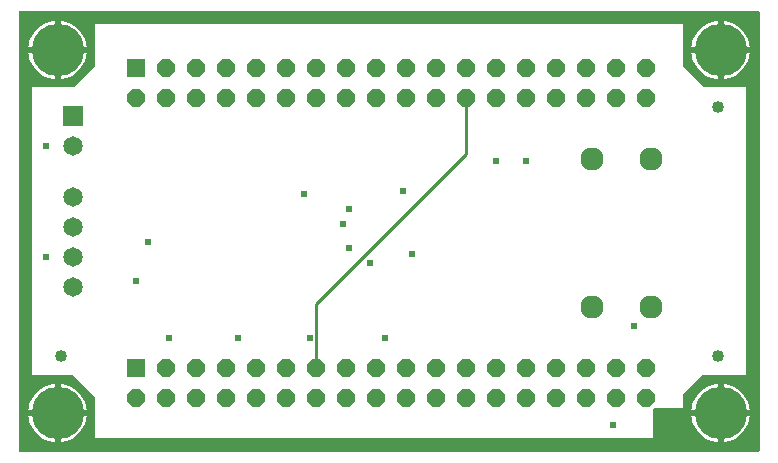
<source format=gbr>
G04 EAGLE Gerber RS-274X export*
G75*
%MOMM*%
%FSLAX34Y34*%
%LPD*%
%INBottom Copper*%
%IPPOS*%
%AMOC8*
5,1,8,0,0,1.08239X$1,22.5*%
G01*
%ADD10R,1.524000X1.524000*%
%ADD11P,1.649562X8X22.500000*%
%ADD12C,1.960000*%
%ADD13C,1.651000*%
%ADD14C,4.445000*%
%ADD15C,1.016000*%
%ADD16R,1.651000X1.651000*%
%ADD17C,0.609600*%
%ADD18C,0.254000*%

G36*
X629904Y374768D02*
X629904Y374768D01*
X629897Y374887D01*
X629884Y374925D01*
X629879Y374966D01*
X629836Y375076D01*
X629799Y375189D01*
X629777Y375224D01*
X629762Y375261D01*
X629693Y375357D01*
X629629Y375458D01*
X629599Y375486D01*
X629576Y375519D01*
X629484Y375595D01*
X629397Y375676D01*
X629362Y375696D01*
X629331Y375721D01*
X629223Y375772D01*
X629119Y375830D01*
X629079Y375840D01*
X629043Y375857D01*
X628926Y375879D01*
X628811Y375909D01*
X628751Y375913D01*
X628731Y375917D01*
X628710Y375915D01*
X628650Y375919D01*
X3810Y375919D01*
X3692Y375904D01*
X3573Y375897D01*
X3535Y375884D01*
X3494Y375879D01*
X3384Y375836D01*
X3271Y375799D01*
X3236Y375777D01*
X3199Y375762D01*
X3103Y375693D01*
X3002Y375629D01*
X2974Y375599D01*
X2941Y375576D01*
X2865Y375484D01*
X2784Y375397D01*
X2764Y375362D01*
X2739Y375331D01*
X2688Y375223D01*
X2630Y375119D01*
X2620Y375079D01*
X2603Y375043D01*
X2581Y374926D01*
X2551Y374811D01*
X2547Y374751D01*
X2543Y374731D01*
X2545Y374710D01*
X2541Y374650D01*
X2541Y3810D01*
X2556Y3692D01*
X2563Y3573D01*
X2576Y3535D01*
X2581Y3494D01*
X2624Y3384D01*
X2661Y3271D01*
X2683Y3236D01*
X2698Y3199D01*
X2767Y3103D01*
X2831Y3002D01*
X2861Y2974D01*
X2884Y2941D01*
X2976Y2865D01*
X3063Y2784D01*
X3098Y2764D01*
X3129Y2739D01*
X3237Y2688D01*
X3341Y2630D01*
X3381Y2620D01*
X3417Y2603D01*
X3534Y2581D01*
X3649Y2551D01*
X3709Y2547D01*
X3729Y2543D01*
X3750Y2545D01*
X3810Y2541D01*
X628650Y2541D01*
X628768Y2556D01*
X628887Y2563D01*
X628925Y2576D01*
X628966Y2581D01*
X629076Y2624D01*
X629189Y2661D01*
X629224Y2683D01*
X629261Y2698D01*
X629357Y2767D01*
X629458Y2831D01*
X629486Y2861D01*
X629519Y2884D01*
X629595Y2976D01*
X629676Y3063D01*
X629696Y3098D01*
X629721Y3129D01*
X629772Y3237D01*
X629830Y3341D01*
X629840Y3381D01*
X629857Y3417D01*
X629879Y3534D01*
X629909Y3649D01*
X629913Y3709D01*
X629917Y3729D01*
X629915Y3750D01*
X629919Y3810D01*
X629919Y374650D01*
X629904Y374768D01*
G37*
%LPC*%
G36*
X48260Y311151D02*
X48260Y311151D01*
X48358Y311163D01*
X48457Y311166D01*
X48515Y311183D01*
X48576Y311191D01*
X48668Y311227D01*
X48763Y311255D01*
X48815Y311285D01*
X48871Y311308D01*
X48951Y311366D01*
X49037Y311416D01*
X49112Y311482D01*
X49129Y311494D01*
X49136Y311504D01*
X49158Y311523D01*
X66938Y329303D01*
X66998Y329381D01*
X67066Y329453D01*
X67095Y329506D01*
X67132Y329554D01*
X67172Y329645D01*
X67220Y329731D01*
X67235Y329790D01*
X67259Y329846D01*
X67274Y329944D01*
X67299Y330039D01*
X67305Y330139D01*
X67309Y330160D01*
X67307Y330172D01*
X67309Y330200D01*
X67309Y364491D01*
X565151Y364491D01*
X565151Y330200D01*
X565163Y330102D01*
X565166Y330003D01*
X565183Y329945D01*
X565191Y329884D01*
X565227Y329792D01*
X565255Y329697D01*
X565285Y329645D01*
X565308Y329589D01*
X565366Y329509D01*
X565416Y329423D01*
X565482Y329348D01*
X565494Y329331D01*
X565504Y329324D01*
X565523Y329303D01*
X583303Y311523D01*
X583381Y311462D01*
X583453Y311394D01*
X583506Y311365D01*
X583554Y311328D01*
X583645Y311288D01*
X583731Y311240D01*
X583790Y311225D01*
X583846Y311201D01*
X583944Y311186D01*
X584039Y311161D01*
X584139Y311155D01*
X584160Y311151D01*
X584172Y311153D01*
X584200Y311151D01*
X618491Y311151D01*
X618491Y67309D01*
X581660Y67309D01*
X581562Y67297D01*
X581463Y67294D01*
X581405Y67277D01*
X581344Y67269D01*
X581252Y67233D01*
X581157Y67205D01*
X581105Y67175D01*
X581049Y67152D01*
X580969Y67094D01*
X580883Y67044D01*
X580808Y66978D01*
X580791Y66966D01*
X580784Y66956D01*
X580763Y66938D01*
X565523Y51698D01*
X565462Y51619D01*
X565394Y51547D01*
X565365Y51494D01*
X565328Y51446D01*
X565288Y51355D01*
X565240Y51269D01*
X565225Y51210D01*
X565201Y51154D01*
X565186Y51056D01*
X565161Y50961D01*
X565155Y50861D01*
X565154Y50854D01*
X565153Y50853D01*
X565151Y50840D01*
X565153Y50828D01*
X565151Y50800D01*
X565151Y39369D01*
X541020Y39369D01*
X540902Y39354D01*
X540783Y39347D01*
X540745Y39334D01*
X540704Y39329D01*
X540594Y39286D01*
X540481Y39249D01*
X540446Y39227D01*
X540409Y39212D01*
X540313Y39143D01*
X540212Y39079D01*
X540184Y39049D01*
X540151Y39026D01*
X540076Y38934D01*
X539994Y38847D01*
X539974Y38812D01*
X539949Y38781D01*
X539898Y38673D01*
X539840Y38569D01*
X539830Y38529D01*
X539813Y38493D01*
X539791Y38376D01*
X539761Y38261D01*
X539757Y38201D01*
X539753Y38181D01*
X539754Y38165D01*
X539753Y38160D01*
X539754Y38150D01*
X539751Y38100D01*
X539751Y13969D01*
X67309Y13969D01*
X67309Y48260D01*
X67297Y48358D01*
X67294Y48457D01*
X67277Y48515D01*
X67269Y48576D01*
X67233Y48668D01*
X67205Y48763D01*
X67175Y48815D01*
X67152Y48871D01*
X67094Y48951D01*
X67044Y49037D01*
X66978Y49112D01*
X66966Y49129D01*
X66956Y49136D01*
X66938Y49158D01*
X49158Y66938D01*
X49079Y66998D01*
X49007Y67066D01*
X48954Y67095D01*
X48906Y67132D01*
X48815Y67172D01*
X48729Y67220D01*
X48670Y67235D01*
X48614Y67259D01*
X48516Y67274D01*
X48421Y67299D01*
X48321Y67305D01*
X48300Y67309D01*
X48288Y67307D01*
X48260Y67309D01*
X13969Y67309D01*
X13969Y311151D01*
X48260Y311151D01*
G37*
%LPD*%
%LPC*%
G36*
X38099Y345439D02*
X38099Y345439D01*
X38099Y367536D01*
X39715Y367354D01*
X42427Y366735D01*
X45052Y365817D01*
X47559Y364610D01*
X49914Y363130D01*
X52089Y361395D01*
X54055Y359429D01*
X55790Y357254D01*
X57270Y354899D01*
X58477Y352392D01*
X59395Y349767D01*
X60014Y347055D01*
X60196Y345439D01*
X38099Y345439D01*
G37*
%LPD*%
%LPC*%
G36*
X599439Y345439D02*
X599439Y345439D01*
X599439Y367536D01*
X601055Y367354D01*
X603767Y366735D01*
X606392Y365817D01*
X608899Y364610D01*
X611254Y363130D01*
X613429Y361395D01*
X615395Y359429D01*
X617130Y357254D01*
X618610Y354899D01*
X619817Y352392D01*
X620735Y349767D01*
X621354Y347055D01*
X621536Y345439D01*
X599439Y345439D01*
G37*
%LPD*%
%LPC*%
G36*
X599439Y38099D02*
X599439Y38099D01*
X599439Y60196D01*
X601055Y60014D01*
X603767Y59395D01*
X606392Y58477D01*
X608899Y57270D01*
X611254Y55790D01*
X613429Y54055D01*
X615395Y52089D01*
X617130Y49914D01*
X618610Y47559D01*
X619817Y45052D01*
X620735Y42427D01*
X621354Y39715D01*
X621536Y38099D01*
X599439Y38099D01*
G37*
%LPD*%
%LPC*%
G36*
X38099Y38099D02*
X38099Y38099D01*
X38099Y60196D01*
X39715Y60014D01*
X42427Y59395D01*
X45052Y58477D01*
X47559Y57270D01*
X49914Y55790D01*
X52089Y54055D01*
X54055Y52089D01*
X55790Y49914D01*
X57270Y47559D01*
X58477Y45052D01*
X59395Y42427D01*
X60014Y39715D01*
X60196Y38099D01*
X38099Y38099D01*
G37*
%LPD*%
%LPC*%
G36*
X38099Y340361D02*
X38099Y340361D01*
X60196Y340361D01*
X60014Y338745D01*
X59395Y336033D01*
X58477Y333408D01*
X57270Y330901D01*
X55790Y328546D01*
X54055Y326371D01*
X52089Y324405D01*
X49914Y322670D01*
X47559Y321190D01*
X45052Y319983D01*
X42427Y319065D01*
X39715Y318446D01*
X38099Y318264D01*
X38099Y340361D01*
G37*
%LPD*%
%LPC*%
G36*
X572264Y38099D02*
X572264Y38099D01*
X572446Y39715D01*
X573065Y42427D01*
X573983Y45052D01*
X575190Y47559D01*
X576670Y49914D01*
X578405Y52089D01*
X580371Y54055D01*
X582546Y55790D01*
X584901Y57270D01*
X587408Y58477D01*
X590033Y59395D01*
X592745Y60014D01*
X594361Y60196D01*
X594361Y38099D01*
X572264Y38099D01*
G37*
%LPD*%
%LPC*%
G36*
X38099Y33021D02*
X38099Y33021D01*
X60196Y33021D01*
X60014Y31405D01*
X59395Y28693D01*
X58477Y26068D01*
X57270Y23561D01*
X55790Y21206D01*
X54055Y19031D01*
X52089Y17065D01*
X49914Y15330D01*
X47559Y13850D01*
X45052Y12643D01*
X42427Y11725D01*
X39715Y11106D01*
X38099Y10924D01*
X38099Y33021D01*
G37*
%LPD*%
%LPC*%
G36*
X599439Y340361D02*
X599439Y340361D01*
X621536Y340361D01*
X621354Y338745D01*
X620735Y336033D01*
X619817Y333408D01*
X618610Y330901D01*
X617130Y328546D01*
X615395Y326371D01*
X613429Y324405D01*
X611254Y322670D01*
X608899Y321190D01*
X606392Y319983D01*
X603767Y319065D01*
X601055Y318446D01*
X599439Y318264D01*
X599439Y340361D01*
G37*
%LPD*%
%LPC*%
G36*
X599439Y33021D02*
X599439Y33021D01*
X621536Y33021D01*
X621354Y31405D01*
X620735Y28693D01*
X619817Y26068D01*
X618610Y23561D01*
X617130Y21206D01*
X615395Y19031D01*
X613429Y17065D01*
X611254Y15330D01*
X608899Y13850D01*
X606392Y12643D01*
X603767Y11725D01*
X601055Y11106D01*
X599439Y10924D01*
X599439Y33021D01*
G37*
%LPD*%
%LPC*%
G36*
X10924Y345439D02*
X10924Y345439D01*
X11106Y347055D01*
X11725Y349767D01*
X12643Y352392D01*
X13850Y354899D01*
X15330Y357254D01*
X17065Y359429D01*
X19031Y361395D01*
X21206Y363130D01*
X23561Y364610D01*
X26068Y365817D01*
X28693Y366735D01*
X31405Y367354D01*
X33021Y367536D01*
X33021Y345439D01*
X10924Y345439D01*
G37*
%LPD*%
%LPC*%
G36*
X10924Y38099D02*
X10924Y38099D01*
X11106Y39715D01*
X11725Y42427D01*
X12643Y45052D01*
X13850Y47559D01*
X15330Y49914D01*
X17065Y52089D01*
X19031Y54055D01*
X21206Y55790D01*
X23561Y57270D01*
X26068Y58477D01*
X28693Y59395D01*
X31405Y60014D01*
X33021Y60196D01*
X33021Y38099D01*
X10924Y38099D01*
G37*
%LPD*%
%LPC*%
G36*
X572264Y345439D02*
X572264Y345439D01*
X572446Y347055D01*
X573065Y349767D01*
X573983Y352392D01*
X575190Y354899D01*
X576670Y357254D01*
X578405Y359429D01*
X580371Y361395D01*
X582546Y363130D01*
X584901Y364610D01*
X587408Y365817D01*
X590033Y366735D01*
X592745Y367354D01*
X594361Y367536D01*
X594361Y345439D01*
X572264Y345439D01*
G37*
%LPD*%
%LPC*%
G36*
X31405Y11106D02*
X31405Y11106D01*
X28693Y11725D01*
X26068Y12643D01*
X23561Y13850D01*
X21206Y15330D01*
X19031Y17065D01*
X17065Y19031D01*
X15330Y21206D01*
X13850Y23561D01*
X12643Y26068D01*
X11725Y28693D01*
X11106Y31405D01*
X10924Y33021D01*
X33021Y33021D01*
X33021Y10924D01*
X31405Y11106D01*
G37*
%LPD*%
%LPC*%
G36*
X592745Y318446D02*
X592745Y318446D01*
X590033Y319065D01*
X587408Y319983D01*
X584901Y321190D01*
X582546Y322670D01*
X580371Y324405D01*
X578405Y326371D01*
X576670Y328546D01*
X575190Y330901D01*
X573983Y333408D01*
X573065Y336033D01*
X572446Y338745D01*
X572264Y340361D01*
X594361Y340361D01*
X594361Y318264D01*
X592745Y318446D01*
G37*
%LPD*%
%LPC*%
G36*
X31405Y318446D02*
X31405Y318446D01*
X28693Y319065D01*
X26068Y319983D01*
X23561Y321190D01*
X21206Y322670D01*
X19031Y324405D01*
X17065Y326371D01*
X15330Y328546D01*
X13850Y330901D01*
X12643Y333408D01*
X11725Y336033D01*
X11106Y338745D01*
X10924Y340361D01*
X33021Y340361D01*
X33021Y318264D01*
X31405Y318446D01*
G37*
%LPD*%
%LPC*%
G36*
X592745Y11106D02*
X592745Y11106D01*
X590033Y11725D01*
X587408Y12643D01*
X584901Y13850D01*
X582546Y15330D01*
X580371Y17065D01*
X578405Y19031D01*
X576670Y21206D01*
X575190Y23561D01*
X573983Y26068D01*
X573065Y28693D01*
X572446Y31405D01*
X572264Y33021D01*
X594361Y33021D01*
X594361Y10924D01*
X592745Y11106D01*
G37*
%LPD*%
%LPC*%
G36*
X596899Y342899D02*
X596899Y342899D01*
X596899Y342901D01*
X596901Y342901D01*
X596901Y342899D01*
X596899Y342899D01*
G37*
%LPD*%
%LPC*%
G36*
X35559Y35559D02*
X35559Y35559D01*
X35559Y35561D01*
X35561Y35561D01*
X35561Y35559D01*
X35559Y35559D01*
G37*
%LPD*%
%LPC*%
G36*
X596899Y35559D02*
X596899Y35559D01*
X596899Y35561D01*
X596901Y35561D01*
X596901Y35559D01*
X596899Y35559D01*
G37*
%LPD*%
%LPC*%
G36*
X35559Y342899D02*
X35559Y342899D01*
X35559Y342901D01*
X35561Y342901D01*
X35561Y342899D01*
X35559Y342899D01*
G37*
%LPD*%
D10*
X102280Y327920D03*
D11*
X102280Y302520D03*
X127680Y327920D03*
X127680Y302520D03*
X153080Y327920D03*
X153080Y302520D03*
X178480Y327920D03*
X178480Y302520D03*
X203880Y327920D03*
X203880Y302520D03*
X229280Y327920D03*
X229280Y302520D03*
X254680Y327920D03*
X254680Y302520D03*
X280080Y327920D03*
X280080Y302520D03*
X305480Y327920D03*
X305480Y302520D03*
X330880Y327920D03*
X330880Y302520D03*
X356280Y327920D03*
X356280Y302520D03*
X381680Y327920D03*
X381680Y302520D03*
X407080Y327920D03*
X407080Y302520D03*
X432480Y327920D03*
X432480Y302520D03*
X457880Y327920D03*
X457880Y302520D03*
X483280Y327920D03*
X483280Y302520D03*
X508680Y327920D03*
X508680Y302520D03*
X534080Y327920D03*
X534080Y302520D03*
D10*
X102280Y73920D03*
D11*
X102280Y48520D03*
X127680Y73920D03*
X127680Y48520D03*
X153080Y73920D03*
X153080Y48520D03*
X178480Y73920D03*
X178480Y48520D03*
X203880Y73920D03*
X203880Y48520D03*
X229280Y73920D03*
X229280Y48520D03*
X254680Y73920D03*
X254680Y48520D03*
X280080Y73920D03*
X280080Y48520D03*
X305480Y73920D03*
X305480Y48520D03*
X330880Y73920D03*
X330880Y48520D03*
X356280Y73920D03*
X356280Y48520D03*
X381680Y73920D03*
X381680Y48520D03*
X407080Y73920D03*
X407080Y48520D03*
X432480Y73920D03*
X432480Y48520D03*
X457880Y73920D03*
X457880Y48520D03*
X483280Y73920D03*
X483280Y48520D03*
X508680Y73920D03*
X508680Y48520D03*
X534080Y73920D03*
X534080Y48520D03*
D12*
X538080Y125460D03*
X488080Y125460D03*
X488080Y250460D03*
X538080Y250460D03*
D13*
X48260Y218440D03*
X48260Y193040D03*
X48260Y167640D03*
X48260Y142240D03*
D14*
X35560Y342900D03*
X35560Y35560D03*
X596900Y35560D03*
X596900Y342900D03*
D15*
X594360Y294640D03*
X594360Y83820D03*
X38100Y83820D03*
D16*
X48260Y287020D03*
D13*
X48260Y261620D03*
D17*
X281940Y175260D03*
X276860Y195580D03*
X243840Y220980D03*
X312420Y99060D03*
X248920Y99060D03*
X187960Y99060D03*
X129540Y99060D03*
X101600Y147320D03*
X505460Y25400D03*
X335280Y170180D03*
X327660Y223520D03*
X25400Y261620D03*
X281940Y208280D03*
X111760Y180340D03*
X299720Y162560D03*
X431800Y248920D03*
X406400Y248920D03*
X523240Y109220D03*
X25400Y167640D03*
D18*
X254680Y127680D02*
X254680Y73920D01*
X381680Y254680D02*
X381680Y302520D01*
X381680Y254680D02*
X254680Y127680D01*
M02*

</source>
